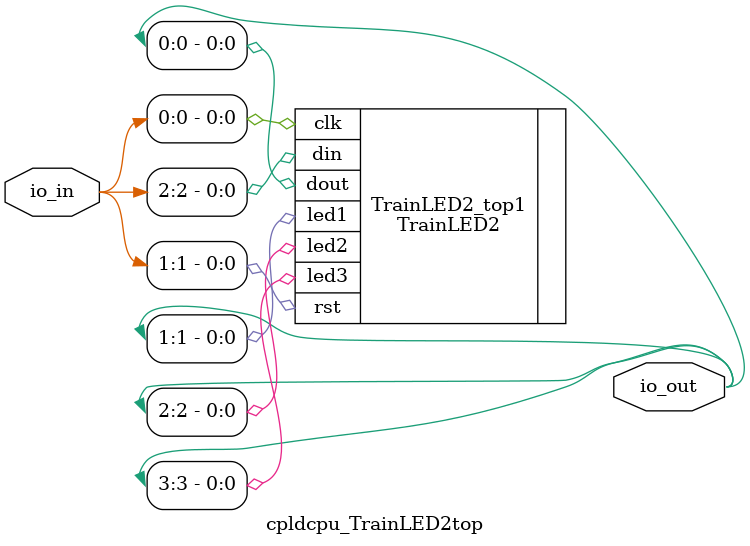
<source format=v>
module cpldcpu_TrainLED2top(
  input [7:0] io_in,
  output [7:0] io_out
);

// Instance 1
TrainLED2 TrainLED2_top1 (
  .clk(io_in[0]),
  .rst(io_in[1]),
  .din(io_in[2]),
  .dout(io_out[0]),
  .led1(io_out[1]),
  .led2(io_out[2]),
  .led3(io_out[3])
  );



endmodule
</source>
